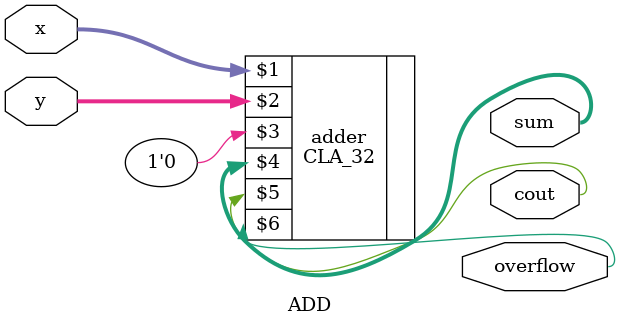
<source format=v>
module ADD(x, y, sum, cout, overflow);
        
    input [31:0] x, y;

    output [31:0] sum;
    output cout;
    output overflow;

    CLA_32 adder(x, y, 1'b0, sum, cout, overflow);

endmodule
</source>
